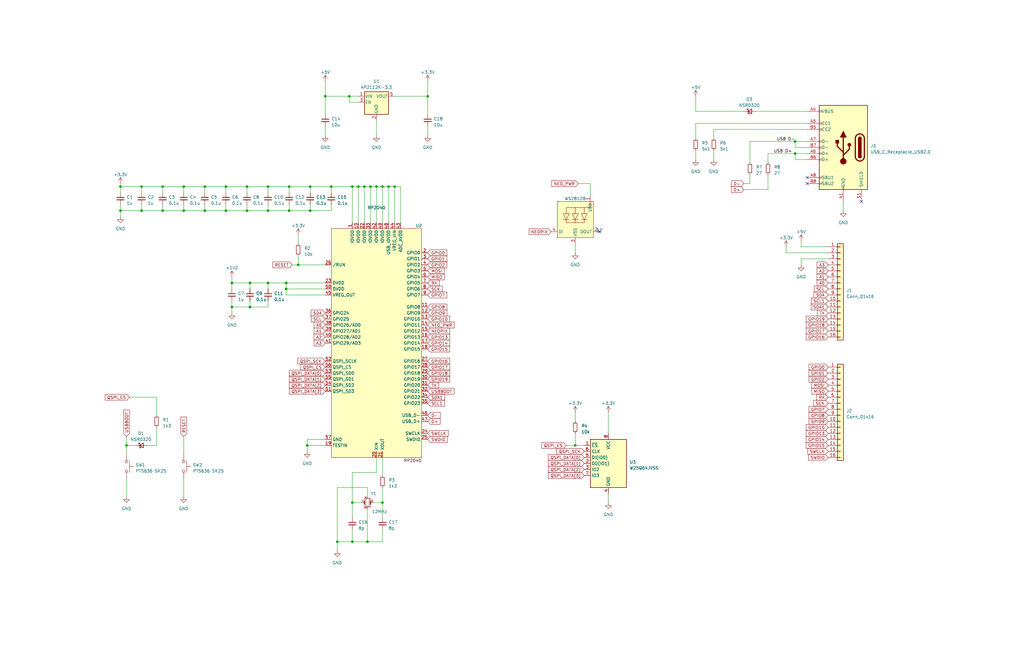
<source format=kicad_sch>
(kicad_sch (version 20230121) (generator eeschema)
  (paper "B")
  (title_block (title "RP2040 DEV BOARD") (date "2023-05-11") (rev "-"))
  (junction (at 50.8 88.9))
  (junction (at 121.92 88.9))
  (junction (at 86.36 88.9))
  (junction (at 59.69 78.74))
  (junction (at 156.21 78.74))
  (junction (at 105.41 129.54))
  (junction (at 153.67 78.74))
  (junction (at 148.59 212.09))
  (junction (at 161.29 212.09))
  (junction (at 161.29 78.74))
  (junction (at 104.14 88.9))
  (junction (at 125.73 111.76))
  (junction (at 59.69 88.9))
  (junction (at 147.32 40.64))
  (junction (at 120.65 119.38))
  (junction (at 53.34 187.96))
  (junction (at 120.65 121.92))
  (junction (at 68.58 78.74))
  (junction (at 113.03 119.38))
  (junction (at 97.79 129.54))
  (junction (at 154.94 228.6))
  (junction (at 158.75 78.74))
  (junction (at 139.7 78.74))
  (junction (at 77.47 88.9))
  (junction (at 148.59 78.74))
  (junction (at 242.57 187.96))
  (junction (at 335.28 59.69))
  (junction (at 166.37 78.74))
  (junction (at 97.79 119.38))
  (junction (at 151.13 78.74))
  (junction (at 68.58 88.9))
  (junction (at 130.81 78.74))
  (junction (at 148.59 228.6))
  (junction (at 113.03 78.74))
  (junction (at 142.24 228.6))
  (junction (at 113.03 88.9))
  (junction (at 105.41 119.38))
  (junction (at 121.92 78.74))
  (junction (at 104.14 78.74))
  (junction (at 129.54 187.96))
  (junction (at 163.83 78.74))
  (junction (at 95.25 78.74))
  (junction (at 86.36 78.74))
  (junction (at 95.25 88.9))
  (junction (at 50.8 78.74))
  (junction (at 137.16 40.64))
  (junction (at 335.28 64.77))
  (junction (at 130.81 88.9))
  (junction (at 180.34 40.64))
  (junction (at 77.47 78.74))
  (no_connect (at 252.73 97.79))
  (no_connect (at 340.36 74.93))
  (no_connect (at 363.22 85.09))
  (no_connect (at 340.36 77.47))
  (wire (pts (xy 161.29 93.98) (xy 161.29 78.74)))
  (wire (pts (xy 142.24 228.6) (xy 142.24 232.41)))
  (wire (pts (xy 125.73 99.06) (xy 125.73 102.87)))
  (wire (pts (xy 86.36 86.36) (xy 86.36 88.9)))
  (wire (pts (xy 120.65 121.92) (xy 120.65 119.38)))
  (wire (pts (xy 293.37 52.07) (xy 293.37 58.42)))
  (wire (pts (xy 121.92 78.74) (xy 121.92 81.28)))
  (wire (pts (xy 154.94 214.63) (xy 154.94 228.6)))
  (wire (pts (xy 323.85 64.77) (xy 323.85 68.58)))
  (wire (pts (xy 323.85 73.66) (xy 323.85 80.01)))
  (wire (pts (xy 68.58 78.74) (xy 77.47 78.74)))
  (wire (pts (xy 50.8 88.9) (xy 50.8 91.44)))
  (wire (pts (xy 154.94 209.55) (xy 154.94 205.74)))
  (wire (pts (xy 316.23 59.69) (xy 335.28 59.69)))
  (wire (pts (xy 349.25 109.22) (xy 337.82 109.22)))
  (wire (pts (xy 62.23 187.96) (xy 66.04 187.96)))
  (wire (pts (xy 137.16 40.64) (xy 147.32 40.64)))
  (wire (pts (xy 68.58 86.36) (xy 68.58 88.9)))
  (wire (pts (xy 318.77 46.99) (xy 340.36 46.99)))
  (wire (pts (xy 340.36 52.07) (xy 293.37 52.07)))
  (wire (pts (xy 161.29 212.09) (xy 161.29 218.44)))
  (wire (pts (xy 335.28 59.69) (xy 340.36 59.69)))
  (wire (pts (xy 139.7 86.36) (xy 139.7 88.9)))
  (wire (pts (xy 129.54 185.42) (xy 129.54 187.96)))
  (wire (pts (xy 168.91 78.74) (xy 166.37 78.74)))
  (wire (pts (xy 105.41 119.38) (xy 113.03 119.38)))
  (wire (pts (xy 104.14 86.36) (xy 104.14 88.9)))
  (wire (pts (xy 137.16 34.29) (xy 137.16 40.64)))
  (wire (pts (xy 120.65 124.46) (xy 120.65 121.92)))
  (wire (pts (xy 242.57 173.99) (xy 242.57 177.8)))
  (wire (pts (xy 168.91 93.98) (xy 168.91 78.74)))
  (wire (pts (xy 50.8 77.47) (xy 50.8 78.74)))
  (wire (pts (xy 97.79 119.38) (xy 97.79 116.84)))
  (wire (pts (xy 113.03 86.36) (xy 113.03 88.9)))
  (wire (pts (xy 151.13 43.18) (xy 147.32 43.18)))
  (wire (pts (xy 242.57 182.88) (xy 242.57 187.96)))
  (wire (pts (xy 120.65 119.38) (xy 137.16 119.38)))
  (wire (pts (xy 331.47 106.68) (xy 331.47 104.14)))
  (wire (pts (xy 300.99 54.61) (xy 300.99 58.42)))
  (wire (pts (xy 105.41 127) (xy 105.41 129.54)))
  (wire (pts (xy 137.16 185.42) (xy 129.54 185.42)))
  (wire (pts (xy 158.75 50.8) (xy 158.75 57.15)))
  (wire (pts (xy 137.16 53.34) (xy 137.16 57.15)))
  (wire (pts (xy 130.81 86.36) (xy 130.81 88.9)))
  (wire (pts (xy 147.32 43.18) (xy 147.32 40.64)))
  (wire (pts (xy 161.29 228.6) (xy 154.94 228.6)))
  (wire (pts (xy 137.16 124.46) (xy 120.65 124.46)))
  (wire (pts (xy 148.59 93.98) (xy 148.59 78.74)))
  (wire (pts (xy 125.73 111.76) (xy 125.73 107.95)))
  (wire (pts (xy 59.69 78.74) (xy 59.69 81.28)))
  (wire (pts (xy 152.4 212.09) (xy 148.59 212.09)))
  (wire (pts (xy 148.59 228.6) (xy 154.94 228.6)))
  (wire (pts (xy 129.54 187.96) (xy 129.54 190.5)))
  (wire (pts (xy 50.8 86.36) (xy 50.8 88.9)))
  (wire (pts (xy 77.47 78.74) (xy 86.36 78.74)))
  (wire (pts (xy 86.36 88.9) (xy 77.47 88.9)))
  (wire (pts (xy 77.47 184.15) (xy 77.47 191.77)))
  (wire (pts (xy 158.75 193.04) (xy 158.75 199.39)))
  (wire (pts (xy 139.7 81.28) (xy 139.7 78.74)))
  (wire (pts (xy 104.14 78.74) (xy 104.14 81.28)))
  (wire (pts (xy 153.67 78.74) (xy 151.13 78.74)))
  (wire (pts (xy 242.57 187.96) (xy 246.38 187.96)))
  (wire (pts (xy 113.03 119.38) (xy 120.65 119.38)))
  (wire (pts (xy 77.47 88.9) (xy 68.58 88.9)))
  (wire (pts (xy 293.37 63.5) (xy 293.37 67.31)))
  (wire (pts (xy 158.75 78.74) (xy 156.21 78.74)))
  (wire (pts (xy 120.65 121.92) (xy 137.16 121.92)))
  (wire (pts (xy 97.79 129.54) (xy 97.79 132.08)))
  (wire (pts (xy 137.16 111.76) (xy 125.73 111.76)))
  (wire (pts (xy 95.25 86.36) (xy 95.25 88.9)))
  (wire (pts (xy 50.8 78.74) (xy 59.69 78.74)))
  (wire (pts (xy 113.03 127) (xy 113.03 129.54)))
  (wire (pts (xy 316.23 77.47) (xy 313.69 77.47)))
  (wire (pts (xy 163.83 78.74) (xy 161.29 78.74)))
  (wire (pts (xy 113.03 129.54) (xy 105.41 129.54)))
  (wire (pts (xy 95.25 88.9) (xy 86.36 88.9)))
  (wire (pts (xy 77.47 86.36) (xy 77.47 88.9)))
  (wire (pts (xy 104.14 78.74) (xy 113.03 78.74)))
  (wire (pts (xy 163.83 93.98) (xy 163.83 78.74)))
  (wire (pts (xy 139.7 88.9) (xy 130.81 88.9)))
  (wire (pts (xy 180.34 40.64) (xy 180.34 34.29)))
  (wire (pts (xy 161.29 78.74) (xy 158.75 78.74)))
  (wire (pts (xy 123.19 111.76) (xy 125.73 111.76)))
  (wire (pts (xy 349.25 104.14) (xy 337.82 104.14)))
  (wire (pts (xy 153.67 93.98) (xy 153.67 78.74)))
  (wire (pts (xy 337.82 101.6) (xy 337.82 104.14)))
  (wire (pts (xy 121.92 88.9) (xy 113.03 88.9)))
  (wire (pts (xy 97.79 119.38) (xy 97.79 121.92)))
  (wire (pts (xy 95.25 78.74) (xy 104.14 78.74)))
  (wire (pts (xy 105.41 129.54) (xy 97.79 129.54)))
  (wire (pts (xy 77.47 201.93) (xy 77.47 209.55)))
  (wire (pts (xy 97.79 127) (xy 97.79 129.54)))
  (wire (pts (xy 77.47 78.74) (xy 77.47 81.28)))
  (wire (pts (xy 68.58 78.74) (xy 68.58 81.28)))
  (wire (pts (xy 129.54 187.96) (xy 137.16 187.96)))
  (wire (pts (xy 349.25 106.68) (xy 331.47 106.68)))
  (wire (pts (xy 151.13 78.74) (xy 148.59 78.74)))
  (wire (pts (xy 142.24 228.6) (xy 148.59 228.6)))
  (wire (pts (xy 293.37 40.64) (xy 293.37 46.99)))
  (wire (pts (xy 148.59 223.52) (xy 148.59 228.6)))
  (wire (pts (xy 242.57 102.87) (xy 242.57 106.68)))
  (wire (pts (xy 68.58 88.9) (xy 59.69 88.9)))
  (wire (pts (xy 121.92 86.36) (xy 121.92 88.9)))
  (wire (pts (xy 166.37 78.74) (xy 163.83 78.74)))
  (wire (pts (xy 316.23 73.66) (xy 316.23 77.47)))
  (wire (pts (xy 147.32 40.64) (xy 151.13 40.64)))
  (wire (pts (xy 156.21 93.98) (xy 156.21 78.74)))
  (wire (pts (xy 148.59 212.09) (xy 148.59 218.44)))
  (wire (pts (xy 50.8 78.74) (xy 50.8 81.28)))
  (wire (pts (xy 180.34 40.64) (xy 180.34 48.26)))
  (wire (pts (xy 113.03 119.38) (xy 113.03 121.92)))
  (wire (pts (xy 59.69 86.36) (xy 59.69 88.9)))
  (wire (pts (xy 142.24 205.74) (xy 142.24 228.6)))
  (wire (pts (xy 137.16 40.64) (xy 137.16 48.26)))
  (wire (pts (xy 53.34 187.96) (xy 53.34 191.77)))
  (wire (pts (xy 337.82 109.22) (xy 337.82 111.76)))
  (wire (pts (xy 158.75 93.98) (xy 158.75 78.74)))
  (wire (pts (xy 335.28 64.77) (xy 335.28 67.31)))
  (wire (pts (xy 243.84 77.47) (xy 248.92 77.47)))
  (wire (pts (xy 53.34 201.93) (xy 53.34 209.55)))
  (wire (pts (xy 53.34 187.96) (xy 57.15 187.96)))
  (wire (pts (xy 151.13 93.98) (xy 151.13 78.74)))
  (wire (pts (xy 157.48 212.09) (xy 161.29 212.09)))
  (wire (pts (xy 66.04 175.26) (xy 66.04 167.64)))
  (wire (pts (xy 323.85 80.01) (xy 313.69 80.01)))
  (wire (pts (xy 340.36 62.23) (xy 335.28 62.23)))
  (wire (pts (xy 121.92 78.74) (xy 130.81 78.74)))
  (wire (pts (xy 293.37 46.99) (xy 313.69 46.99)))
  (wire (pts (xy 323.85 64.77) (xy 335.28 64.77)))
  (wire (pts (xy 59.69 78.74) (xy 68.58 78.74)))
  (wire (pts (xy 166.37 93.98) (xy 166.37 78.74)))
  (wire (pts (xy 300.99 63.5) (xy 300.99 67.31)))
  (wire (pts (xy 148.59 199.39) (xy 148.59 212.09)))
  (wire (pts (xy 130.81 78.74) (xy 139.7 78.74)))
  (wire (pts (xy 66.04 167.64) (xy 54.61 167.64)))
  (wire (pts (xy 335.28 64.77) (xy 340.36 64.77)))
  (wire (pts (xy 105.41 119.38) (xy 105.41 121.92)))
  (wire (pts (xy 113.03 88.9) (xy 104.14 88.9)))
  (wire (pts (xy 95.25 78.74) (xy 95.25 81.28)))
  (wire (pts (xy 53.34 184.15) (xy 53.34 187.96)))
  (wire (pts (xy 161.29 193.04) (xy 161.29 200.66)))
  (wire (pts (xy 130.81 88.9) (xy 121.92 88.9)))
  (wire (pts (xy 86.36 78.74) (xy 95.25 78.74)))
  (wire (pts (xy 59.69 88.9) (xy 50.8 88.9)))
  (wire (pts (xy 154.94 205.74) (xy 142.24 205.74)))
  (wire (pts (xy 256.54 173.99) (xy 256.54 182.88)))
  (wire (pts (xy 335.28 62.23) (xy 335.28 59.69)))
  (wire (pts (xy 113.03 78.74) (xy 113.03 81.28)))
  (wire (pts (xy 166.37 40.64) (xy 180.34 40.64)))
  (wire (pts (xy 161.29 223.52) (xy 161.29 228.6)))
  (wire (pts (xy 180.34 53.34) (xy 180.34 57.15)))
  (wire (pts (xy 238.76 187.96) (xy 242.57 187.96)))
  (wire (pts (xy 256.54 208.28) (xy 256.54 212.09)))
  (wire (pts (xy 355.6 85.09) (xy 355.6 88.9)))
  (wire (pts (xy 130.81 78.74) (xy 130.81 81.28)))
  (wire (pts (xy 248.92 77.47) (xy 248.92 82.55)))
  (wire (pts (xy 97.79 119.38) (xy 105.41 119.38)))
  (wire (pts (xy 335.28 67.31) (xy 340.36 67.31)))
  (wire (pts (xy 316.23 59.69) (xy 316.23 68.58)))
  (wire (pts (xy 86.36 78.74) (xy 86.36 81.28)))
  (wire (pts (xy 156.21 78.74) (xy 153.67 78.74)))
  (wire (pts (xy 104.14 88.9) (xy 95.25 88.9)))
  (wire (pts (xy 113.03 78.74) (xy 121.92 78.74)))
  (wire (pts (xy 158.75 199.39) (xy 148.59 199.39)))
  (wire (pts (xy 148.59 78.74) (xy 139.7 78.74)))
  (wire (pts (xy 340.36 54.61) (xy 300.99 54.61)))
  (wire (pts (xy 66.04 187.96) (xy 66.04 180.34)))
  (wire (pts (xy 161.29 205.74) (xy 161.29 212.09)))
  (label "USB D+" (at 334.01 64.77 180))
  (label "USB D-" (at 335.28 59.69 180))
  (global_label "QSPI_CS" (shape input) (at 137.16 154.94 180) (property "Intersheetrefs" "${INTERSHEET_REFS}" (effects hide)))
  (global_label "NEOPIX" (shape input) (at 232.41 97.79 180) (property "Intersheetrefs" "${INTERSHEET_REFS}" (effects hide)))
  (global_label "GPIO9" (shape input) (at 180.34 132.08 0) (property "Intersheetrefs" "${INTERSHEET_REFS}" (effects hide)))
  (global_label "SWCLK" (shape input) (at 180.34 182.88 0) (property "Intersheetrefs" "${INTERSHEET_REFS}" (effects hide)))
  (global_label "GPIO10" (shape input) (at 180.34 134.62 0) (property "Intersheetrefs" "${INTERSHEET_REFS}" (effects hide)))
  (global_label "A1" (shape input) (at 137.16 139.7 180) (property "Intersheetrefs" "${INTERSHEET_REFS}" (effects hide)))
  (global_label "MOSI" (shape input) (at 349.25 162.56 180) (property "Intersheetrefs" "${INTERSHEET_REFS}" (effects hide)))
  (global_label "RX" (shape input) (at 349.25 167.64 180) (property "Intersheetrefs" "${INTERSHEET_REFS}" (effects hide)))
  (global_label "GPIO19" (shape input) (at 180.34 160.02 0) (property "Intersheetrefs" "${INTERSHEET_REFS}" (effects hide)))
  (global_label "SWDIO" (shape input) (at 180.34 185.42 0) (property "Intersheetrefs" "${INTERSHEET_REFS}" (effects hide)))
  (global_label "MISO" (shape input) (at 349.25 165.1 180) (property "Intersheetrefs" "${INTERSHEET_REFS}" (effects hide)))
  (global_label "D+" (shape input) (at 180.34 177.8 0) (property "Intersheetrefs" "${INTERSHEET_REFS}" (effects hide)))
  (global_label "D-" (shape input) (at 180.34 175.26 0) (property "Intersheetrefs" "${INTERSHEET_REFS}" (effects hide)))
  (global_label "NEO_PWR" (shape input) (at 243.84 77.47 180) (property "Intersheetrefs" "${INTERSHEET_REFS}" (effects hide)))
  (global_label "GPIO8" (shape input) (at 180.34 129.54 0) (property "Intersheetrefs" "${INTERSHEET_REFS}" (effects hide)))
  (global_label "A3" (shape input) (at 349.25 111.76 180) (property "Intersheetrefs" "${INTERSHEET_REFS}" (effects hide)))
  (global_label "SDA1" (shape input) (at 180.34 167.64 0) (property "Intersheetrefs" "${INTERSHEET_REFS}" (effects hide)))
  (global_label "SCL1" (shape input) (at 349.25 127 180) (property "Intersheetrefs" "${INTERSHEET_REFS}" (effects hide)))
  (global_label "QSPI_CS" (shape input) (at 238.76 187.96 180) (property "Intersheetrefs" "${INTERSHEET_REFS}" (effects hide)))
  (global_label "GPIO1" (shape input) (at 349.25 157.48 180) (property "Intersheetrefs" "${INTERSHEET_REFS}" (effects hide)))
  (global_label "A1" (shape input) (at 349.25 116.84 180) (property "Intersheetrefs" "${INTERSHEET_REFS}" (effects hide)))
  (global_label "GPIO7" (shape input) (at 349.25 172.72 180) (property "Intersheetrefs" "${INTERSHEET_REFS}" (effects hide)))
  (global_label "GPIO0" (shape input) (at 349.25 154.94 180) (property "Intersheetrefs" "${INTERSHEET_REFS}" (effects hide)))
  (global_label "USBBOOT" (shape input) (at 180.34 165.1 0) (property "Intersheetrefs" "${INTERSHEET_REFS}" (effects hide)))
  (global_label "SCK" (shape input) (at 349.25 170.18 180) (property "Intersheetrefs" "${INTERSHEET_REFS}" (effects hide)))
  (global_label "SWDIO" (shape input) (at 349.25 193.04 180) (property "Intersheetrefs" "${INTERSHEET_REFS}" (effects hide)))
  (global_label "GPIO17" (shape input) (at 180.34 154.94 0) (property "Intersheetrefs" "${INTERSHEET_REFS}" (effects hide)))
  (global_label "QSPI_DATA(0)" (shape input) (at 137.16 157.48 180) (property "Intersheetrefs" "${INTERSHEET_REFS}" (effects hide)))
  (global_label "SCK" (shape input) (at 180.34 121.92 0) (property "Intersheetrefs" "${INTERSHEET_REFS}" (effects hide)))
  (global_label "NEOPIX" (shape input) (at 180.34 139.7 0) (property "Intersheetrefs" "${INTERSHEET_REFS}" (effects hide)))
  (global_label "SDA" (shape input) (at 137.16 132.08 180) (property "Intersheetrefs" "${INTERSHEET_REFS}" (effects hide)))
  (global_label "GPIO7" (shape input) (at 180.34 124.46 0) (property "Intersheetrefs" "${INTERSHEET_REFS}" (effects hide)))
  (global_label "QSPI_SCK" (shape input) (at 137.16 152.4 180) (property "Intersheetrefs" "${INTERSHEET_REFS}" (effects hide)))
  (global_label "QSPI_DATA(2)" (shape input) (at 137.16 162.56 180) (property "Intersheetrefs" "${INTERSHEET_REFS}" (effects hide)))
  (global_label "GPIO16" (shape input) (at 349.25 142.24 180) (property "Intersheetrefs" "${INTERSHEET_REFS}" (effects hide)))
  (global_label "A0" (shape input) (at 137.16 137.16 180) (property "Intersheetrefs" "${INTERSHEET_REFS}" (effects hide)))
  (global_label "SDA" (shape input) (at 349.25 124.46 180) (property "Intersheetrefs" "${INTERSHEET_REFS}" (effects hide)))
  (global_label "QSPI_DATA(0)" (shape input) (at 246.38 193.04 180) (property "Intersheetrefs" "${INTERSHEET_REFS}" (effects hide)))
  (global_label "SCL1" (shape input) (at 180.34 170.18 0) (property "Intersheetrefs" "${INTERSHEET_REFS}" (effects hide)))
  (global_label "RESET" (shape input) (at 77.47 184.15 90) (property "Intersheetrefs" "${INTERSHEET_REFS}" (effects hide)))
  (global_label "D-" (shape input) (at 313.69 77.47 180) (property "Intersheetrefs" "${INTERSHEET_REFS}" (effects hide)))
  (global_label "GPIO2" (shape input) (at 349.25 160.02 180) (property "Intersheetrefs" "${INTERSHEET_REFS}" (effects hide)))
  (global_label "A0" (shape input) (at 349.25 119.38 180) (property "Intersheetrefs" "${INTERSHEET_REFS}" (effects hide)))
  (global_label "SDA1" (shape input) (at 349.25 129.54 180) (property "Intersheetrefs" "${INTERSHEET_REFS}" (effects hide)))
  (global_label "QSPI_DATA(1)" (shape input) (at 137.16 160.02 180) (property "Intersheetrefs" "${INTERSHEET_REFS}" (effects hide)))
  (global_label "GPIO15" (shape input) (at 349.25 187.96 180) (property "Intersheetrefs" "${INTERSHEET_REFS}" (effects hide)))
  (global_label "GPIO16" (shape input) (at 180.34 152.4 0) (property "Intersheetrefs" "${INTERSHEET_REFS}" (effects hide)))
  (global_label "MISO" (shape input) (at 180.34 116.84 0) (property "Intersheetrefs" "${INTERSHEET_REFS}" (effects hide)))
  (global_label "GPIO0" (shape input) (at 180.34 106.68 0) (property "Intersheetrefs" "${INTERSHEET_REFS}" (effects hide)))
  (global_label "NEO_PWR" (shape input) (at 180.34 137.16 0) (property "Intersheetrefs" "${INTERSHEET_REFS}" (effects hide)))
  (global_label "SCL" (shape input) (at 137.16 134.62 180) (property "Intersheetrefs" "${INTERSHEET_REFS}" (effects hide)))
  (global_label "QSPI_DATA(3)" (shape input) (at 137.16 165.1 180) (property "Intersheetrefs" "${INTERSHEET_REFS}" (effects hide)))
  (global_label "MOSI" (shape input) (at 180.34 114.3 0) (property "Intersheetrefs" "${INTERSHEET_REFS}" (effects hide)))
  (global_label "GPIO9" (shape input) (at 349.25 177.8 180) (property "Intersheetrefs" "${INTERSHEET_REFS}" (effects hide)))
  (global_label "USBBOOT" (shape input) (at 53.34 184.15 90) (property "Intersheetrefs" "${INTERSHEET_REFS}" (effects hide)))
  (global_label "SCL" (shape input) (at 349.25 121.92 180) (property "Intersheetrefs" "${INTERSHEET_REFS}" (effects hide)))
  (global_label "QSPI_DATA(3)" (shape input) (at 246.38 200.66 180) (property "Intersheetrefs" "${INTERSHEET_REFS}" (effects hide)))
  (global_label "A2" (shape input) (at 349.25 114.3 180) (property "Intersheetrefs" "${INTERSHEET_REFS}" (effects hide)))
  (global_label "GPIO13" (shape input) (at 180.34 142.24 0) (property "Intersheetrefs" "${INTERSHEET_REFS}" (effects hide)))
  (global_label "GPIO14" (shape input) (at 349.25 185.42 180) (property "Intersheetrefs" "${INTERSHEET_REFS}" (effects hide)))
  (global_label "GPIO14" (shape input) (at 180.34 144.78 0) (property "Intersheetrefs" "${INTERSHEET_REFS}" (effects hide)))
  (global_label "GPIO17" (shape input) (at 349.25 139.7 180) (property "Intersheetrefs" "${INTERSHEET_REFS}" (effects hide)))
  (global_label "GPIO10" (shape input) (at 349.25 180.34 180) (property "Intersheetrefs" "${INTERSHEET_REFS}" (effects hide)))
  (global_label "GPIO8" (shape input) (at 349.25 175.26 180) (property "Intersheetrefs" "${INTERSHEET_REFS}" (effects hide)))
  (global_label "RESET" (shape input) (at 123.19 111.76 180) (property "Intersheetrefs" "${INTERSHEET_REFS}" (effects hide)))
  (global_label "RX" (shape input) (at 180.34 119.38 0) (property "Intersheetrefs" "${INTERSHEET_REFS}" (effects hide)))
  (global_label "TX" (shape input) (at 180.34 162.56 0) (property "Intersheetrefs" "${INTERSHEET_REFS}" (effects hide)))
  (global_label "GPIO2" (shape input) (at 180.34 111.76 0) (property "Intersheetrefs" "${INTERSHEET_REFS}" (effects hide)))
  (global_label "TX" (shape input) (at 349.25 132.08 180) (property "Intersheetrefs" "${INTERSHEET_REFS}" (effects hide)))
  (global_label "QSPI_DATA(1)" (shape input) (at 246.38 195.58 180) (property "Intersheetrefs" "${INTERSHEET_REFS}" (effects hide)))
  (global_label "D+" (shape input) (at 313.69 80.01 180) (property "Intersheetrefs" "${INTERSHEET_REFS}" (effects hide)))
  (global_label "SWCLK" (shape input) (at 349.25 190.5 180) (property "Intersheetrefs" "${INTERSHEET_REFS}" (effects hide)))
  (global_label "GPIO18" (shape input) (at 349.25 137.16 180) (property "Intersheetrefs" "${INTERSHEET_REFS}" (effects hide)))
  (global_label "GPIO13" (shape input) (at 349.25 182.88 180) (property "Intersheetrefs" "${INTERSHEET_REFS}" (effects hide)))
  (global_label "A2" (shape input) (at 137.16 142.24 180) (property "Intersheetrefs" "${INTERSHEET_REFS}" (effects hide)))
  (global_label "GPIO19" (shape input) (at 349.25 134.62 180) (property "Intersheetrefs" "${INTERSHEET_REFS}" (effects hide)))
  (global_label "GPIO1" (shape input) (at 180.34 109.22 0) (property "Intersheetrefs" "${INTERSHEET_REFS}" (effects hide)))
  (global_label "GPIO18" (shape input) (at 180.34 157.48 0) (property "Intersheetrefs" "${INTERSHEET_REFS}" (effects hide)))
  (global_label "QSPI_CS" (shape input) (at 54.61 167.64 180) (property "Intersheetrefs" "${INTERSHEET_REFS}" (effects hide)))
  (global_label "GPIO15" (shape input) (at 180.34 147.32 0) (property "Intersheetrefs" "${INTERSHEET_REFS}" (effects hide)))
  (global_label "QSPI_SCK" (shape input) (at 246.38 190.5 180) (property "Intersheetrefs" "${INTERSHEET_REFS}" (effects hide)))
  (global_label "A3" (shape input) (at 137.16 144.78 180) (property "Intersheetrefs" "${INTERSHEET_REFS}" (effects hide)))
  (global_label "QSPI_DATA(2)" (shape input) (at 246.38 198.12 180) (property "Intersheetrefs" "${INTERSHEET_REFS}" (effects hide)))
  (symbol (lib_id "power:+5V") (at 337.82 101.6 0) (unit 1)
    (property "Reference" "#PWR023" (effects hide))
    (property "Value" "+5V" (at 337.82 97.79 0))
  )
  (symbol (lib_id "power:+3.3V") (at 256.54 173.99 0) (unit 1)
    (property "Reference" "#PWR017" (effects hide))
    (property "Value" "+3.3V" (at 256.54 170.18 0))
  )
  (symbol (lib_id "power:GND") (at 256.54 212.09 0) (unit 1)
    (property "Reference" "#PWR018" (effects hide))
    (property "Value" "GND" (at 256.54 217.17 0))
  )
  (symbol (lib_id "power:+3.3V") (at 50.8 77.47 0) (unit 1)
    (property "Reference" "#PWR01" (effects hide))
    (property "Value" "+3.3V" (at 50.8 73.66 0))
  )
  (symbol (lib_id "Device:C_Small") (at 148.59 220.98 0) (unit 1)
    (property "Reference" "C16" (at 151.13 220.3513 0) (effects (justify left)))
    (property "Value" "8p" (at 151.13 222.8913 0) (effects (justify left)))
    (property "Footprint" "Capacitor_SMD:C_0603_1608Metric_Pad1.08x0.95mm_HandSolder" (effects hide))
    (property "Datasheet" "https://datasheets.kyocera-avx.com/AutoMLCC.pdf" (effects hide))
    (property "Digi-Key PN" "478-9370-2-ND" (effects hide))
    (property "Mfg PN" "06031A8R0D4T2A" (effects hide))
  )
  (symbol (lib_id "Device:C_Small") (at 86.36 83.82 0) (unit 1)
    (property "Reference" "C5" (at 88.9 83.1913 0) (effects (justify left)))
    (property "Value" "0.1u" (at 88.9 85.7313 0) (effects (justify left)))
    (property "Footprint" "Capacitor_SMD:C_0603_1608Metric_Pad1.08x0.95mm_HandSolder" (effects hide))
    (property "Datasheet" "https://datasheets.kyocera-avx.com/X7RDielectric.pdf" (effects hide))
    (property "Digi-Key PN" "478-7018-2-ND" (effects hide))
    (property "Mfg PN" "06033C104KAT4A" (effects hide))
  )
  (symbol (lib_id "Connector_Generic:Conn_01x16") (at 354.33 172.72 0) (unit 1)
    (property "Reference" "J2" (at 356.87 173.355 0) (effects (justify left)))
    (property "Value" "Conn_01x16" (at 356.87 175.895 0) (effects (justify left)))
    (property "Footprint" "Connector_PinHeader_2.54mm:PinHeader_1x16_P2.54mm_Vertical" (effects hide))
    (property "Datasheet" "https://app.adam-tech.com/products/download/data_sheet/201605/ph1-xx-ua-data-sheet.pdf" (effects hide))
    (property "Digi-Key PN" "2057-PH1-16-UA-ND" (effects hide))
    (property "Mfg PN" "PH1-16-UA" (effects hide))
  )
  (symbol (lib_id "power:+3.3V") (at 242.57 173.99 0) (unit 1)
    (property "Reference" "#PWR016" (effects hide))
    (property "Value" "+3.3V" (at 242.57 170.18 0))
  )
  (symbol (lib_id "power:+5V") (at 293.37 40.64 0) (unit 1)
    (property "Reference" "#PWR019" (effects hide))
    (property "Value" "+5V" (at 293.37 36.83 0))
  )
  (symbol (lib_id "Device:C_Small") (at 113.03 83.82 0) (unit 1)
    (property "Reference" "C10" (at 115.57 83.1913 0) (effects (justify left)))
    (property "Value" "0.1u" (at 115.57 85.7313 0) (effects (justify left)))
    (property "Footprint" "Capacitor_SMD:C_0603_1608Metric_Pad1.08x0.95mm_HandSolder" (effects hide))
    (property "Datasheet" "https://datasheets.kyocera-avx.com/X7RDielectric.pdf" (effects hide))
    (property "Digi-Key PN" "478-7018-2-ND" (effects hide))
    (property "Mfg PN" "06033C104KAT4A" (effects hide))
  )
  (symbol (lib_id "Device:C_Small") (at 137.16 50.8 0) (unit 1)
    (property "Reference" "C14" (at 139.7 50.1713 0) (effects (justify left)))
    (property "Value" "10u" (at 139.7 52.7113 0) (effects (justify left)))
    (property "Footprint" "Capacitor_SMD:C_0805_2012Metric_Pad1.18x1.45mm_HandSolder" (effects hide))
    (property "Datasheet" "https://datasheets.kyocera-avx.com/X7RDielectric.pdf" (effects hide))
    (property "Digi-Key PN" "478-10578-2-ND" (effects hide))
    (property "Mfg PN" "0805ZC106KAT2A" (effects hide))
  )
  (symbol (lib_id "power:GND") (at 53.34 209.55 0) (unit 1)
    (property "Reference" "#PWR03" (effects hide))
    (property "Value" "GND" (at 53.34 214.63 0))
  )
  (symbol (lib_id "power:+5V") (at 137.16 34.29 0) (unit 1)
    (property "Reference" "#PWR09" (effects hide))
    (property "Value" "+5V" (at 137.16 30.48 0))
  )
  (symbol (lib_id "Device:R_Small") (at 293.37 60.96 0) (unit 1)
    (property "Reference" "R5" (at 295.91 60.325 0) (effects (justify left)))
    (property "Value" "5k1" (at 295.91 62.865 0) (effects (justify left)))
    (property "Footprint" "Resistor_SMD:R_0603_1608Metric_Pad0.98x0.95mm_HandSolder" (effects hide))
    (property "Datasheet" "https://industrial.panasonic.com/cdbs/www-data/pdf/RDA0000/AOA0000C304.pdf" (effects hide))
    (property "Digi-Key PN" "P5.10KHTR-ND" (effects hide))
    (property "Mfg PN" "ERJ-3EKF5101V" (effects hide))
  )
  (symbol (lib_id "Device:C_Small") (at 97.79 124.46 0) (unit 1)
    (property "Reference" "C7" (at 100.33 123.8313 0) (effects (justify left)))
    (property "Value" "1u" (at 100.33 126.3713 0) (effects (justify left)))
    (property "Footprint" "Capacitor_SMD:C_0603_1608Metric_Pad1.08x0.95mm_HandSolder" (effects hide))
    (property "Datasheet" "https://datasheets.kyocera-avx.com/X7RDielectric.pdf" (effects hide))
    (property "Digi-Key PN" "478-5010-2-ND" (effects hide))
    (property "Mfg PN" "0603YC105KAT2A" (effects hide))
  )
  (symbol (lib_id "Device:Crystal_GND24_Small") (at 154.94 212.09 0) (unit 1)
    (property "Reference" "Y1" (at 157.48 208.28 0))
    (property "Value" "12MHz" (at 160.02 215.9 0))
    (property "Footprint" "Crystal:Crystal_SMD_3225-4Pin_3.2x2.5mm_HandSoldering" (effects hide))
    (property "Datasheet" "https://www.we-online.com/catalog/datasheet/830108206909.pdf" (effects hide))
    (property "Digi-Key PN" "1923-830108206909TR-ND" (effects hide))
    (property "Mfg PN" "830108206909" (effects hide))
  )
  (symbol (lib_id "power:GND") (at 355.6 88.9 0) (unit 1)
    (property "Reference" "#PWR025" (effects hide))
    (property "Value" "GND" (at 355.6 93.98 0))
  )
  (symbol (lib_id "Memory_Flash:W25Q32JVSS") (at 256.54 195.58 0) (unit 1)
    (property "Reference" "U3" (at 265.43 194.945 0) (effects (justify left)))
    (property "Value" "W25Q64JVSS" (at 265.43 197.485 0) (effects (justify left)))
    (property "Footprint" "Package_SO:SOIC-8_5.23x5.23mm_P1.27mm" (effects hide))
    (property "Datasheet" "https://www.winbond.com/resource-files/w25q64jv%20revj%2003272018%20plus.pdf" (effects hide))
    (property "Digi-Key PN" "W25Q64JVSSIQ-ND" (effects hide))
    (property "Mfg PN" "W25Q64JVSSIQ" (effects hide))
  )
  (symbol (lib_id "Device:D_Schottky_Small") (at 316.23 46.99 0) (unit 1)
    (property "Reference" "D3" (at 315.976 41.91 0))
    (property "Value" "NSR0320" (at 315.976 44.45 0))
    (property "Footprint" "Diode_SMD:D_SOD-323_HandSoldering" (effects hide))
    (property "Datasheet" "https://www.onsemi.com/pdf/datasheet/nsr0320mw2t1-d.pdf" (effects hide))
    (property "Digi-Key PN" "NSR0320MW2T3GOSTR-ND" (effects hide))
    (property "Mfg PN" "NSR0320MW2T3G" (effects hide))
  )
  (symbol (lib_id "power:GND") (at 180.34 57.15 0) (unit 1)
    (property "Reference" "#PWR014" (effects hide))
    (property "Value" "GND" (at 180.34 62.23 0))
  )
  (symbol (lib_id "Device:R_Small") (at 300.99 60.96 0) (unit 1)
    (property "Reference" "R6" (at 303.53 60.325 0) (effects (justify left)))
    (property "Value" "5k1" (at 303.53 62.865 0) (effects (justify left)))
    (property "Footprint" "Resistor_SMD:R_0603_1608Metric_Pad0.98x0.95mm_HandSolder" (effects hide))
    (property "Datasheet" "https://industrial.panasonic.com/cdbs/www-data/pdf/RDA0000/AOA0000C304.pdf" (effects hide))
    (property "Digi-Key PN" "P5.10KHTR-ND" (effects hide))
    (property "Mfg PN" "ERJ-3EKF5101V" (effects hide))
  )
  (symbol (lib_id "RP2040_DevBoard:RP2040") (at 158.75 144.78 0) (unit 1)
    (property "Reference" "U2" (at 175.26 95.25 0) (effects (justify left)))
    (property "Value" "RP2040" (at 158.75 87.63 0))
    (property "Footprint" "Package_DFN_QFN:QFN-56-1EP_7x7mm_P0.4mm_EP4x4mm" (effects hide))
    (property "Datasheet" "https://datasheets.raspberrypi.com/rp2040/rp2040-datasheet.pdf" (effects hide))
    (property "Digi-Key PN" "2648-SC0914(13)TR-ND" (effects hide))
    (property "Mfg PN" "SC0914(13)" (effects hide))
  )
  (symbol (lib_id "Switch:SW_MEC_5G") (at 77.47 196.85 270) (unit 1)
    (property "Reference" "SW2" (at 81.28 196.215 90) (effects (justify left)))
    (property "Value" "PTS636 SK25" (at 81.28 198.755 90) (effects (justify left)))
    (property "Footprint" "Button_Switch_SMD:SW_SPST_CK_RS282G05A3" (effects hide))
    (property "Datasheet" "https://www.ckswitches.com/media/2779/pts636.pdf" (effects hide))
    (property "Digi-Key PN" "CKN12322-2-ND" (effects hide))
    (property "Mfg PN" "PTS636 SK25 SMTR LFS" (effects hide))
  )
  (symbol (lib_id "power:GND") (at 50.8 91.44 0) (unit 1)
    (property "Reference" "#PWR02" (effects hide))
    (property "Value" "GND" (at 50.8 96.52 0))
  )
  (symbol (lib_id "Device:C_Small") (at 50.8 83.82 0) (unit 1)
    (property "Reference" "C1" (at 53.34 83.1913 0) (effects (justify left)))
    (property "Value" "1u" (at 53.34 85.7313 0) (effects (justify left)))
    (property "Footprint" "Capacitor_SMD:C_0603_1608Metric_Pad1.08x0.95mm_HandSolder" (effects hide))
    (property "Datasheet" "https://datasheets.kyocera-avx.com/X7RDielectric.pdf" (effects hide))
    (property "Digi-Key PN" "478-5010-2-ND" (effects hide))
    (property "Mfg PN" "0603YC105KAT2A" (effects hide))
  )
  (symbol (lib_id "Device:C_Small") (at 77.47 83.82 0) (unit 1)
    (property "Reference" "C4" (at 80.01 83.1913 0) (effects (justify left)))
    (property "Value" "0.1u" (at 80.01 85.7313 0) (effects (justify left)))
    (property "Footprint" "Capacitor_SMD:C_0603_1608Metric_Pad1.08x0.95mm_HandSolder" (effects hide))
    (property "Datasheet" "https://datasheets.kyocera-avx.com/X7RDielectric.pdf" (effects hide))
    (property "Digi-Key PN" "478-7018-2-ND" (effects hide))
    (property "Mfg PN" "06033C104KAT4A" (effects hide))
  )
  (symbol (lib_id "Device:C_Small") (at 113.03 124.46 0) (unit 1)
    (property "Reference" "C11" (at 115.57 123.8313 0) (effects (justify left)))
    (property "Value" "0.1u" (at 115.57 126.3713 0) (effects (justify left)))
    (property "Footprint" "Capacitor_SMD:C_0603_1608Metric_Pad1.08x0.95mm_HandSolder" (effects hide))
    (property "Datasheet" "https://datasheets.kyocera-avx.com/X7RDielectric.pdf" (effects hide))
    (property "Digi-Key PN" "478-7018-2-ND" (effects hide))
    (property "Mfg PN" "06033C104KAT4A" (effects hide))
  )
  (symbol (lib_id "RP2040_DevBoard:WS2812B") (at 242.57 92.71 0) (unit 1)
    (property "Reference" "D2" (at 252.73 97.2059 0))
    (property "Value" "WS2812B" (at 242.57 83.82 0))
    (property "Footprint" "RP2040_DevBoard:WS2812B" (effects hide))
    (property "Datasheet" "http://cdn.sparkfun.com/datasheets/BreakoutBoards/WS2812B.pdf" (effects hide))
    (property "Digi-Key PN" "1568-COM-16347TR-ND" (effects hide))
    (property "Mfg PN" "COM-16347" (effects hide))
  )
  (symbol (lib_id "Device:R_Small") (at 161.29 203.2 0) (unit 1)
    (property "Reference" "R3" (at 163.83 202.565 0) (effects (justify left)))
    (property "Value" "1k3" (at 163.83 205.105 0) (effects (justify left)))
    (property "Footprint" "Resistor_SMD:R_0603_1608Metric_Pad0.98x0.95mm_HandSolder" (effects hide))
    (property "Datasheet" "https://industrial.panasonic.com/cdbs/www-data/pdf/RDA0000/AOA0000C304.pdf" (effects hide))
    (property "Digi-Key PN" "P1.30KHTR-ND" (effects hide))
    (property "Mfg PN" "ERJ-3EKF1301V" (effects hide))
  )
  (symbol (lib_id "Device:C_Small") (at 95.25 83.82 0) (unit 1)
    (property "Reference" "C6" (at 97.79 83.1913 0) (effects (justify left)))
    (property "Value" "0.1u" (at 97.79 85.7313 0) (effects (justify left)))
    (property "Footprint" "Capacitor_SMD:C_0603_1608Metric_Pad1.08x0.95mm_HandSolder" (effects hide))
    (property "Datasheet" "https://datasheets.kyocera-avx.com/X7RDielectric.pdf" (effects hide))
    (property "Digi-Key PN" "478-7018-2-ND" (effects hide))
    (property "Mfg PN" "06033C104KAT4A" (effects hide))
  )
  (symbol (lib_id "power:GND") (at 97.79 132.08 0) (unit 1)
    (property "Reference" "#PWR06" (effects hide))
    (property "Value" "GND" (at 97.79 137.16 0))
  )
  (symbol (lib_id "power:GND") (at 77.47 209.55 0) (unit 1)
    (property "Reference" "#PWR04" (effects hide))
    (property "Value" "GND" (at 77.47 214.63 0))
  )
  (symbol (lib_id "Device:C_Small") (at 139.7 83.82 0) (unit 1)
    (property "Reference" "C15" (at 142.24 83.1913 0) (effects (justify left)))
    (property "Value" "0.1u" (at 142.24 85.7313 0) (effects (justify left)))
    (property "Footprint" "Capacitor_SMD:C_0603_1608Metric_Pad1.08x0.95mm_HandSolder" (effects hide))
    (property "Datasheet" "https://datasheets.kyocera-avx.com/X7RDielectric.pdf" (effects hide))
    (property "Digi-Key PN" "478-7018-2-ND" (effects hide))
    (property "Mfg PN" "06033C104KAT4A" (effects hide))
  )
  (symbol (lib_id "power:+3.3V") (at 180.34 34.29 0) (unit 1)
    (property "Reference" "#PWR013" (effects hide))
    (property "Value" "+3.3V" (at 180.34 30.48 0))
  )
  (symbol (lib_id "Device:C_Small") (at 68.58 83.82 0) (unit 1)
    (property "Reference" "C3" (at 71.12 83.1913 0) (effects (justify left)))
    (property "Value" "0.1u" (at 71.12 85.7313 0) (effects (justify left)))
    (property "Footprint" "Capacitor_SMD:C_0603_1608Metric_Pad1.08x0.95mm_HandSolder" (effects hide))
    (property "Datasheet" "https://datasheets.kyocera-avx.com/X7RDielectric.pdf" (effects hide))
    (property "Digi-Key PN" "478-7018-2-ND" (effects hide))
    (property "Mfg PN" "06033C104KAT4A" (effects hide))
  )
  (symbol (lib_name "SW_MEC_5G_1") (lib_id "Switch:SW_MEC_5G") (at 53.34 196.85 270) (unit 1)
    (property "Reference" "SW1" (at 57.15 196.215 90) (effects (justify left)))
    (property "Value" "PTS636 SK25" (at 57.15 198.755 90) (effects (justify left)))
    (property "Footprint" "Button_Switch_SMD:SW_SPST_CK_RS282G05A3" (effects hide))
    (property "Datasheet" "https://www.ckswitches.com/media/2779/pts636.pdf" (effects hide))
    (property "Digi-Key PN" "CKN12322-2-ND" (effects hide))
    (property "Mfg PN" "PTS636 SK25 SMTR LFS" (effects hide))
  )
  (symbol (lib_id "Device:C_Small") (at 121.92 83.82 0) (unit 1)
    (property "Reference" "C12" (at 124.46 83.1913 0) (effects (justify left)))
    (property "Value" "0.1u" (at 124.46 85.7313 0) (effects (justify left)))
    (property "Footprint" "Capacitor_SMD:C_0603_1608Metric_Pad1.08x0.95mm_HandSolder" (effects hide))
    (property "Datasheet" "https://datasheets.kyocera-avx.com/X7RDielectric.pdf" (effects hide))
    (property "Digi-Key PN" "478-7018-2-ND" (effects hide))
    (property "Mfg PN" "06033C104KAT4A" (effects hide))
  )
  (symbol (lib_id "Device:C_Small") (at 161.29 220.98 0) (unit 1)
    (property "Reference" "C17" (at 163.83 220.3513 0) (effects (justify left)))
    (property "Value" "8p" (at 163.83 222.8913 0) (effects (justify left)))
    (property "Footprint" "Capacitor_SMD:C_0603_1608Metric_Pad1.08x0.95mm_HandSolder" (effects hide))
    (property "Datasheet" "https://datasheets.kyocera-avx.com/AutoMLCC.pdf" (effects hide))
    (property "Digi-Key PN" "478-9370-2-ND" (effects hide))
    (property "Mfg PN" "06031A8R0D4T2A" (effects hide))
  )
  (symbol (lib_id "power:GND") (at 137.16 57.15 0) (unit 1)
    (property "Reference" "#PWR010" (effects hide))
    (property "Value" "GND" (at 137.16 62.23 0))
  )
  (symbol (lib_id "power:GND") (at 158.75 57.15 0) (unit 1)
    (property "Reference" "#PWR012" (effects hide))
    (property "Value" "GND" (at 158.75 62.23 0))
  )
  (symbol (lib_id "power:+1V2") (at 97.79 116.84 0) (unit 1)
    (property "Reference" "#PWR05" (effects hide))
    (property "Value" "+1V2" (at 97.79 113.03 0))
  )
  (symbol (lib_id "power:GND") (at 129.54 190.5 0) (unit 1)
    (property "Reference" "#PWR08" (effects hide))
    (property "Value" "GND" (at 129.54 195.58 0))
  )
  (symbol (lib_id "power:GND") (at 293.37 67.31 0) (unit 1)
    (property "Reference" "#PWR020" (effects hide))
    (property "Value" "GND" (at 293.37 72.39 0))
  )
  (symbol (lib_id "Device:R_Small") (at 316.23 71.12 180) (unit 1)
    (property "Reference" "R7" (at 318.77 70.485 0) (effects (justify right)))
    (property "Value" "27" (at 318.77 73.025 0) (effects (justify right)))
    (property "Footprint" "Resistor_SMD:R_0603_1608Metric_Pad0.98x0.95mm_HandSolder" (effects hide))
    (property "Datasheet" "https://industrial.panasonic.com/cdbs/www-data/pdf/RDA0000/AOA0000C304.pdf" (effects hide))
    (property "Digi-Key PN" "P27.0HTR-ND" (effects hide))
    (property "Mfg PN" "ERJ-3EKF27R0V" (effects hide))
  )
  (symbol (lib_id "power:+3.3V") (at 125.73 99.06 0) (unit 1)
    (property "Reference" "#PWR07" (effects hide))
    (property "Value" "+3.3V" (at 125.73 95.25 0))
  )
  (symbol (lib_id "Device:C_Small") (at 59.69 83.82 0) (unit 1)
    (property "Reference" "C2" (at 62.23 83.1913 0) (effects (justify left)))
    (property "Value" "1u" (at 62.23 85.7313 0) (effects (justify left)))
    (property "Footprint" "Capacitor_SMD:C_0603_1608Metric_Pad1.08x0.95mm_HandSolder" (effects hide))
    (property "Datasheet" "https://datasheets.kyocera-avx.com/X7RDielectric.pdf" (effects hide))
    (property "Digi-Key PN" "478-5010-2-ND" (effects hide))
    (property "Mfg PN" "0603YC105KAT2A" (effects hide))
  )
  (symbol (lib_id "Regulator_Linear:AP2112K-3.3") (at 158.75 43.18 0) (unit 1)
    (property "Reference" "U1" (at 158.75 34.29 0))
    (property "Value" "AP2112K-3.3" (at 158.75 36.83 0))
    (property "Footprint" "Package_TO_SOT_SMD:SOT-23-5" (effects hide))
    (property "Datasheet" "https://www.diodes.com/assets/Datasheets/AP2112.pdf" (effects hide))
    (property "Digi-Key PN" "AP2112K-3.3TRG1DITR-ND" (effects hide))
    (property "Mfg PN" "AP2112K-3.3TRG1" (effects hide))
  )
  (symbol (lib_id "Device:R_Small") (at 66.04 177.8 0) (unit 1)
    (property "Reference" "R1" (at 68.58 177.165 0) (effects (justify left)))
    (property "Value" "1k3" (at 68.58 179.705 0) (effects (justify left)))
    (property "Footprint" "Resistor_SMD:R_0603_1608Metric_Pad0.98x0.95mm_HandSolder" (effects hide))
    (property "Datasheet" "https://industrial.panasonic.com/cdbs/www-data/pdf/RDA0000/AOA0000C304.pdf" (effects hide))
    (property "Digi-Key PN" "P1.30KHTR-ND" (effects hide))
    (property "Mfg PN" "ERJ-3EKF1301V" (effects hide))
  )
  (symbol (lib_id "Device:R_Small") (at 125.73 105.41 0) (unit 1)
    (property "Reference" "R2" (at 128.27 104.775 0) (effects (justify left)))
    (property "Value" "10k" (at 128.27 107.315 0) (effects (justify left)))
    (property "Footprint" "Resistor_SMD:R_0603_1608Metric_Pad0.98x0.95mm_HandSolder" (effects hide))
    (property "Datasheet" "https://industrial.panasonic.com/cdbs/www-data/pdf/RDA0000/AOA0000C304.pdf" (effects hide))
    (property "Digi-Key PN" "P10.0KHTR-ND" (effects hide))
    (property "Mfg PN" "ERJ-3EKF1002V" (effects hide))
  )
  (symbol (lib_id "Device:C_Small") (at 180.34 50.8 0) (unit 1)
    (property "Reference" "C18" (at 182.88 50.1713 0) (effects (justify left)))
    (property "Value" "10u" (at 182.88 52.7113 0) (effects (justify left)))
    (property "Footprint" "Capacitor_SMD:C_0805_2012Metric_Pad1.18x1.45mm_HandSolder" (effects hide))
    (property "Datasheet" "https://datasheets.kyocera-avx.com/X7RDielectric.pdf" (effects hide))
    (property "Digi-Key PN" "478-10578-2-ND" (effects hide))
    (property "Mfg PN" "0805ZC106KAT2A" (effects hide))
  )
  (symbol (lib_id "Device:R_Small") (at 242.57 180.34 0) (unit 1)
    (property "Reference" "R4" (at 245.11 179.705 0) (effects (justify left)))
    (property "Value" "10k" (at 245.11 182.245 0) (effects (justify left)))
    (property "Footprint" "Resistor_SMD:R_0603_1608Metric_Pad0.98x0.95mm_HandSolder" (effects hide))
    (property "Datasheet" "https://industrial.panasonic.com/cdbs/www-data/pdf/RDA0000/AOA0000C304.pdf" (effects hide))
    (property "Digi-Key PN" "P10.0KHTR-ND" (effects hide))
    (property "Mfg PN" "ERJ-3EKF1002V" (effects hide))
  )
  (symbol (lib_id "power:GND") (at 142.24 232.41 0) (unit 1)
    (property "Reference" "#PWR011" (effects hide))
    (property "Value" "GND" (at 142.24 237.49 0))
  )
  (symbol (lib_id "Device:C_Small") (at 105.41 124.46 0) (unit 1)
    (property "Reference" "C9" (at 107.95 123.8313 0) (effects (justify left)))
    (property "Value" "0.1u" (at 107.95 126.3713 0) (effects (justify left)))
    (property "Footprint" "Capacitor_SMD:C_0603_1608Metric_Pad1.08x0.95mm_HandSolder" (effects hide))
    (property "Datasheet" "https://datasheets.kyocera-avx.com/X7RDielectric.pdf" (effects hide))
    (property "Digi-Key PN" "478-7018-2-ND" (effects hide))
    (property "Mfg PN" "06033C104KAT4A" (effects hide))
  )
  (symbol (lib_id "Device:C_Small") (at 104.14 83.82 0) (unit 1)
    (property "Reference" "C8" (at 106.68 83.1913 0) (effects (justify left)))
    (property "Value" "0.1u" (at 106.68 85.7313 0) (effects (justify left)))
    (property "Footprint" "Capacitor_SMD:C_0603_1608Metric_Pad1.08x0.95mm_HandSolder" (effects hide))
    (property "Datasheet" "https://datasheets.kyocera-avx.com/X7RDielectric.pdf" (effects hide))
    (property "Digi-Key PN" "478-7018-2-ND" (effects hide))
    (property "Mfg PN" "06033C104KAT4A" (effects hide))
  )
  (symbol (lib_id "power:GND") (at 242.57 106.68 0) (unit 1)
    (property "Reference" "#PWR015" (effects hide))
    (property "Value" "GND" (at 242.57 111.76 0))
  )
  (symbol (lib_id "power:+3.3V") (at 331.47 104.14 0) (unit 1)
    (property "Reference" "#PWR022" (effects hide))
    (property "Value" "+3.3V" (at 331.47 100.33 0))
  )
  (symbol (lib_id "Connector_Generic:Conn_01x16") (at 354.33 121.92 0) (unit 1)
    (property "Reference" "J1" (at 356.87 122.555 0) (effects (justify left)))
    (property "Value" "Conn_01x16" (at 356.87 125.095 0) (effects (justify left)))
    (property "Footprint" "Connector_PinHeader_2.54mm:PinHeader_1x16_P2.54mm_Vertical" (effects hide))
    (property "Datasheet" "https://app.adam-tech.com/products/download/data_sheet/201605/ph1-xx-ua-data-sheet.pdf" (effects hide))
    (property "Digi-Key PN" "2057-PH1-16-UA-ND" (effects hide))
    (property "Mfg PN" "PH1-16-UA" (effects hide))
  )
  (symbol (lib_id "power:GND") (at 300.99 67.31 0) (unit 1)
    (property "Reference" "#PWR021" (effects hide))
    (property "Value" "GND" (at 300.99 72.39 0))
  )
  (symbol (lib_id "Connector:USB_C_Receptacle_USB2.0") (at 355.6 62.23 0) (mirror y) (unit 1)
    (property "Reference" "J3" (at 367.03 61.595 0) (effects (justify right)))
    (property "Value" "USB_C_Receptacle_USB2.0" (at 367.03 64.135 0) (effects (justify right)))
    (property "Footprint" "Connector_USB:USB_C_Receptacle_GCT_USB4105-xx-A_16P_TopMnt_Horizontal" (effects hide))
    (property "Datasheet" "https://media.digikey.com/pdf/Data%20Sheets/GCT%20PDFs/USB4105%20-%20Product%20Drawing.pdf" (effects hide))
    (property "Digi-Key PN" "2073-USB4105-GF-ATR-ND" (effects hide))
    (property "Mfg PN" "USB4105-GF-A" (effects hide))
  )
  (symbol (lib_id "Device:C_Small") (at 130.81 83.82 0) (unit 1)
    (property "Reference" "C13" (at 133.35 83.1913 0) (effects (justify left)))
    (property "Value" "0.1u" (at 133.35 85.7313 0) (effects (justify left)))
    (property "Footprint" "Capacitor_SMD:C_0603_1608Metric_Pad1.08x0.95mm_HandSolder" (effects hide))
    (property "Datasheet" "https://datasheets.kyocera-avx.com/X7RDielectric.pdf" (effects hide))
    (property "Digi-Key PN" "478-7018-2-ND" (effects hide))
    (property "Mfg PN" "06033C104KAT4A" (effects hide))
  )
  (symbol (lib_id "power:GND") (at 337.82 111.76 0) (unit 1)
    (property "Reference" "#PWR024" (effects hide))
    (property "Value" "GND" (at 337.82 116.84 0))
  )
  (symbol (lib_id "Device:D_Schottky_Small") (at 59.69 187.96 0) (unit 1)
    (property "Reference" "D1" (at 59.436 182.88 0))
    (property "Value" "NSR0320" (at 59.436 185.42 0))
    (property "Footprint" "Diode_SMD:D_SOD-323_HandSoldering" (effects hide))
    (property "Datasheet" "https://www.onsemi.com/pdf/datasheet/nsr0320mw2t1-d.pdf" (effects hide))
    (property "Digi-Key PN" "NSR0320MW2T3GOSTR-ND" (effects hide))
    (property "Mfg PN" "NSR0320MW2T3G" (effects hide))
  )
  (symbol (lib_id "Device:R_Small") (at 323.85 71.12 180) (unit 1)
    (property "Reference" "R8" (at 326.39 70.485 0) (effects (justify right)))
    (property "Value" "27" (at 326.39 73.025 0) (effects (justify right)))
    (property "Footprint" "Resistor_SMD:R_0603_1608Metric_Pad0.98x0.95mm_HandSolder" (effects hide))
    (property "Datasheet" "https://industrial.panasonic.com/cdbs/www-data/pdf/RDA0000/AOA0000C304.pdf" (effects hide))
    (property "Digi-Key PN" "P27.0HTR-ND" (effects hide))
    (property "Mfg PN" "ERJ-3EKF27R0V" (effects hide))
  )
)
</source>
